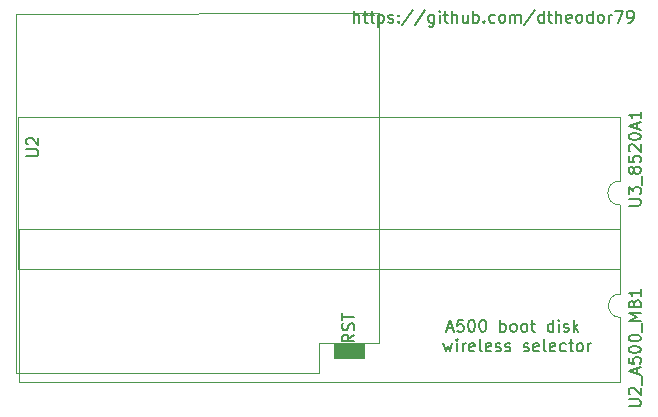
<source format=gto>
G04 #@! TF.GenerationSoftware,KiCad,Pcbnew,(5.1.6)-1*
G04 #@! TF.CreationDate,2021-12-03T11:20:38+02:00*
G04 #@! TF.ProjectId,df_stacked,64665f73-7461-4636-9b65-642e6b696361,rev?*
G04 #@! TF.SameCoordinates,Original*
G04 #@! TF.FileFunction,Legend,Top*
G04 #@! TF.FilePolarity,Positive*
%FSLAX46Y46*%
G04 Gerber Fmt 4.6, Leading zero omitted, Abs format (unit mm)*
G04 Created by KiCad (PCBNEW (5.1.6)-1) date 2021-12-03 11:20:38*
%MOMM*%
%LPD*%
G01*
G04 APERTURE LIST*
%ADD10C,0.150000*%
%ADD11C,0.120000*%
%ADD12C,0.100000*%
%ADD13C,1.800000*%
%ADD14O,1.700000X1.700000*%
%ADD15R,1.700000X1.700000*%
%ADD16O,1.800000X1.800000*%
%ADD17R,1.800000X1.800000*%
G04 APERTURE END LIST*
D10*
X179190476Y-84452380D02*
X179190476Y-83452380D01*
X179619047Y-84452380D02*
X179619047Y-83928571D01*
X179571428Y-83833333D01*
X179476190Y-83785714D01*
X179333333Y-83785714D01*
X179238095Y-83833333D01*
X179190476Y-83880952D01*
X179952380Y-83785714D02*
X180333333Y-83785714D01*
X180095238Y-83452380D02*
X180095238Y-84309523D01*
X180142857Y-84404761D01*
X180238095Y-84452380D01*
X180333333Y-84452380D01*
X180523809Y-83785714D02*
X180904761Y-83785714D01*
X180666666Y-83452380D02*
X180666666Y-84309523D01*
X180714285Y-84404761D01*
X180809523Y-84452380D01*
X180904761Y-84452380D01*
X181238095Y-83785714D02*
X181238095Y-84785714D01*
X181238095Y-83833333D02*
X181333333Y-83785714D01*
X181523809Y-83785714D01*
X181619047Y-83833333D01*
X181666666Y-83880952D01*
X181714285Y-83976190D01*
X181714285Y-84261904D01*
X181666666Y-84357142D01*
X181619047Y-84404761D01*
X181523809Y-84452380D01*
X181333333Y-84452380D01*
X181238095Y-84404761D01*
X182095238Y-84404761D02*
X182190476Y-84452380D01*
X182380952Y-84452380D01*
X182476190Y-84404761D01*
X182523809Y-84309523D01*
X182523809Y-84261904D01*
X182476190Y-84166666D01*
X182380952Y-84119047D01*
X182238095Y-84119047D01*
X182142857Y-84071428D01*
X182095238Y-83976190D01*
X182095238Y-83928571D01*
X182142857Y-83833333D01*
X182238095Y-83785714D01*
X182380952Y-83785714D01*
X182476190Y-83833333D01*
X182952380Y-84357142D02*
X183000000Y-84404761D01*
X182952380Y-84452380D01*
X182904761Y-84404761D01*
X182952380Y-84357142D01*
X182952380Y-84452380D01*
X182952380Y-83833333D02*
X183000000Y-83880952D01*
X182952380Y-83928571D01*
X182904761Y-83880952D01*
X182952380Y-83833333D01*
X182952380Y-83928571D01*
X184142857Y-83404761D02*
X183285714Y-84690476D01*
X185190476Y-83404761D02*
X184333333Y-84690476D01*
X185952380Y-83785714D02*
X185952380Y-84595238D01*
X185904761Y-84690476D01*
X185857142Y-84738095D01*
X185761904Y-84785714D01*
X185619047Y-84785714D01*
X185523809Y-84738095D01*
X185952380Y-84404761D02*
X185857142Y-84452380D01*
X185666666Y-84452380D01*
X185571428Y-84404761D01*
X185523809Y-84357142D01*
X185476190Y-84261904D01*
X185476190Y-83976190D01*
X185523809Y-83880952D01*
X185571428Y-83833333D01*
X185666666Y-83785714D01*
X185857142Y-83785714D01*
X185952380Y-83833333D01*
X186428571Y-84452380D02*
X186428571Y-83785714D01*
X186428571Y-83452380D02*
X186380952Y-83500000D01*
X186428571Y-83547619D01*
X186476190Y-83500000D01*
X186428571Y-83452380D01*
X186428571Y-83547619D01*
X186761904Y-83785714D02*
X187142857Y-83785714D01*
X186904761Y-83452380D02*
X186904761Y-84309523D01*
X186952380Y-84404761D01*
X187047619Y-84452380D01*
X187142857Y-84452380D01*
X187476190Y-84452380D02*
X187476190Y-83452380D01*
X187904761Y-84452380D02*
X187904761Y-83928571D01*
X187857142Y-83833333D01*
X187761904Y-83785714D01*
X187619047Y-83785714D01*
X187523809Y-83833333D01*
X187476190Y-83880952D01*
X188809523Y-83785714D02*
X188809523Y-84452380D01*
X188380952Y-83785714D02*
X188380952Y-84309523D01*
X188428571Y-84404761D01*
X188523809Y-84452380D01*
X188666666Y-84452380D01*
X188761904Y-84404761D01*
X188809523Y-84357142D01*
X189285714Y-84452380D02*
X189285714Y-83452380D01*
X189285714Y-83833333D02*
X189380952Y-83785714D01*
X189571428Y-83785714D01*
X189666666Y-83833333D01*
X189714285Y-83880952D01*
X189761904Y-83976190D01*
X189761904Y-84261904D01*
X189714285Y-84357142D01*
X189666666Y-84404761D01*
X189571428Y-84452380D01*
X189380952Y-84452380D01*
X189285714Y-84404761D01*
X190190476Y-84357142D02*
X190238095Y-84404761D01*
X190190476Y-84452380D01*
X190142857Y-84404761D01*
X190190476Y-84357142D01*
X190190476Y-84452380D01*
X191095238Y-84404761D02*
X191000000Y-84452380D01*
X190809523Y-84452380D01*
X190714285Y-84404761D01*
X190666666Y-84357142D01*
X190619047Y-84261904D01*
X190619047Y-83976190D01*
X190666666Y-83880952D01*
X190714285Y-83833333D01*
X190809523Y-83785714D01*
X191000000Y-83785714D01*
X191095238Y-83833333D01*
X191666666Y-84452380D02*
X191571428Y-84404761D01*
X191523809Y-84357142D01*
X191476190Y-84261904D01*
X191476190Y-83976190D01*
X191523809Y-83880952D01*
X191571428Y-83833333D01*
X191666666Y-83785714D01*
X191809523Y-83785714D01*
X191904761Y-83833333D01*
X191952380Y-83880952D01*
X192000000Y-83976190D01*
X192000000Y-84261904D01*
X191952380Y-84357142D01*
X191904761Y-84404761D01*
X191809523Y-84452380D01*
X191666666Y-84452380D01*
X192428571Y-84452380D02*
X192428571Y-83785714D01*
X192428571Y-83880952D02*
X192476190Y-83833333D01*
X192571428Y-83785714D01*
X192714285Y-83785714D01*
X192809523Y-83833333D01*
X192857142Y-83928571D01*
X192857142Y-84452380D01*
X192857142Y-83928571D02*
X192904761Y-83833333D01*
X193000000Y-83785714D01*
X193142857Y-83785714D01*
X193238095Y-83833333D01*
X193285714Y-83928571D01*
X193285714Y-84452380D01*
X194476190Y-83404761D02*
X193619047Y-84690476D01*
X195238095Y-84452380D02*
X195238095Y-83452380D01*
X195238095Y-84404761D02*
X195142857Y-84452380D01*
X194952380Y-84452380D01*
X194857142Y-84404761D01*
X194809523Y-84357142D01*
X194761904Y-84261904D01*
X194761904Y-83976190D01*
X194809523Y-83880952D01*
X194857142Y-83833333D01*
X194952380Y-83785714D01*
X195142857Y-83785714D01*
X195238095Y-83833333D01*
X195571428Y-83785714D02*
X195952380Y-83785714D01*
X195714285Y-83452380D02*
X195714285Y-84309523D01*
X195761904Y-84404761D01*
X195857142Y-84452380D01*
X195952380Y-84452380D01*
X196285714Y-84452380D02*
X196285714Y-83452380D01*
X196714285Y-84452380D02*
X196714285Y-83928571D01*
X196666666Y-83833333D01*
X196571428Y-83785714D01*
X196428571Y-83785714D01*
X196333333Y-83833333D01*
X196285714Y-83880952D01*
X197571428Y-84404761D02*
X197476190Y-84452380D01*
X197285714Y-84452380D01*
X197190476Y-84404761D01*
X197142857Y-84309523D01*
X197142857Y-83928571D01*
X197190476Y-83833333D01*
X197285714Y-83785714D01*
X197476190Y-83785714D01*
X197571428Y-83833333D01*
X197619047Y-83928571D01*
X197619047Y-84023809D01*
X197142857Y-84119047D01*
X198190476Y-84452380D02*
X198095238Y-84404761D01*
X198047619Y-84357142D01*
X198000000Y-84261904D01*
X198000000Y-83976190D01*
X198047619Y-83880952D01*
X198095238Y-83833333D01*
X198190476Y-83785714D01*
X198333333Y-83785714D01*
X198428571Y-83833333D01*
X198476190Y-83880952D01*
X198523809Y-83976190D01*
X198523809Y-84261904D01*
X198476190Y-84357142D01*
X198428571Y-84404761D01*
X198333333Y-84452380D01*
X198190476Y-84452380D01*
X199380952Y-84452380D02*
X199380952Y-83452380D01*
X199380952Y-84404761D02*
X199285714Y-84452380D01*
X199095238Y-84452380D01*
X199000000Y-84404761D01*
X198952380Y-84357142D01*
X198904761Y-84261904D01*
X198904761Y-83976190D01*
X198952380Y-83880952D01*
X199000000Y-83833333D01*
X199095238Y-83785714D01*
X199285714Y-83785714D01*
X199380952Y-83833333D01*
X200000000Y-84452380D02*
X199904761Y-84404761D01*
X199857142Y-84357142D01*
X199809523Y-84261904D01*
X199809523Y-83976190D01*
X199857142Y-83880952D01*
X199904761Y-83833333D01*
X200000000Y-83785714D01*
X200142857Y-83785714D01*
X200238095Y-83833333D01*
X200285714Y-83880952D01*
X200333333Y-83976190D01*
X200333333Y-84261904D01*
X200285714Y-84357142D01*
X200238095Y-84404761D01*
X200142857Y-84452380D01*
X200000000Y-84452380D01*
X200761904Y-84452380D02*
X200761904Y-83785714D01*
X200761904Y-83976190D02*
X200809523Y-83880952D01*
X200857142Y-83833333D01*
X200952380Y-83785714D01*
X201047619Y-83785714D01*
X201285714Y-83452380D02*
X201952380Y-83452380D01*
X201523809Y-84452380D01*
X202380952Y-84452380D02*
X202571428Y-84452380D01*
X202666666Y-84404761D01*
X202714285Y-84357142D01*
X202809523Y-84214285D01*
X202857142Y-84023809D01*
X202857142Y-83642857D01*
X202809523Y-83547619D01*
X202761904Y-83500000D01*
X202666666Y-83452380D01*
X202476190Y-83452380D01*
X202380952Y-83500000D01*
X202333333Y-83547619D01*
X202285714Y-83642857D01*
X202285714Y-83880952D01*
X202333333Y-83976190D01*
X202380952Y-84023809D01*
X202476190Y-84071428D01*
X202666666Y-84071428D01*
X202761904Y-84023809D01*
X202809523Y-83976190D01*
X202857142Y-83880952D01*
X187047619Y-110341666D02*
X187523809Y-110341666D01*
X186952380Y-110627380D02*
X187285714Y-109627380D01*
X187619047Y-110627380D01*
X188428571Y-109627380D02*
X187952380Y-109627380D01*
X187904761Y-110103571D01*
X187952380Y-110055952D01*
X188047619Y-110008333D01*
X188285714Y-110008333D01*
X188380952Y-110055952D01*
X188428571Y-110103571D01*
X188476190Y-110198809D01*
X188476190Y-110436904D01*
X188428571Y-110532142D01*
X188380952Y-110579761D01*
X188285714Y-110627380D01*
X188047619Y-110627380D01*
X187952380Y-110579761D01*
X187904761Y-110532142D01*
X189095238Y-109627380D02*
X189190476Y-109627380D01*
X189285714Y-109675000D01*
X189333333Y-109722619D01*
X189380952Y-109817857D01*
X189428571Y-110008333D01*
X189428571Y-110246428D01*
X189380952Y-110436904D01*
X189333333Y-110532142D01*
X189285714Y-110579761D01*
X189190476Y-110627380D01*
X189095238Y-110627380D01*
X189000000Y-110579761D01*
X188952380Y-110532142D01*
X188904761Y-110436904D01*
X188857142Y-110246428D01*
X188857142Y-110008333D01*
X188904761Y-109817857D01*
X188952380Y-109722619D01*
X189000000Y-109675000D01*
X189095238Y-109627380D01*
X190047619Y-109627380D02*
X190142857Y-109627380D01*
X190238095Y-109675000D01*
X190285714Y-109722619D01*
X190333333Y-109817857D01*
X190380952Y-110008333D01*
X190380952Y-110246428D01*
X190333333Y-110436904D01*
X190285714Y-110532142D01*
X190238095Y-110579761D01*
X190142857Y-110627380D01*
X190047619Y-110627380D01*
X189952380Y-110579761D01*
X189904761Y-110532142D01*
X189857142Y-110436904D01*
X189809523Y-110246428D01*
X189809523Y-110008333D01*
X189857142Y-109817857D01*
X189904761Y-109722619D01*
X189952380Y-109675000D01*
X190047619Y-109627380D01*
X191571428Y-110627380D02*
X191571428Y-109627380D01*
X191571428Y-110008333D02*
X191666666Y-109960714D01*
X191857142Y-109960714D01*
X191952380Y-110008333D01*
X192000000Y-110055952D01*
X192047619Y-110151190D01*
X192047619Y-110436904D01*
X192000000Y-110532142D01*
X191952380Y-110579761D01*
X191857142Y-110627380D01*
X191666666Y-110627380D01*
X191571428Y-110579761D01*
X192619047Y-110627380D02*
X192523809Y-110579761D01*
X192476190Y-110532142D01*
X192428571Y-110436904D01*
X192428571Y-110151190D01*
X192476190Y-110055952D01*
X192523809Y-110008333D01*
X192619047Y-109960714D01*
X192761904Y-109960714D01*
X192857142Y-110008333D01*
X192904761Y-110055952D01*
X192952380Y-110151190D01*
X192952380Y-110436904D01*
X192904761Y-110532142D01*
X192857142Y-110579761D01*
X192761904Y-110627380D01*
X192619047Y-110627380D01*
X193523809Y-110627380D02*
X193428571Y-110579761D01*
X193380952Y-110532142D01*
X193333333Y-110436904D01*
X193333333Y-110151190D01*
X193380952Y-110055952D01*
X193428571Y-110008333D01*
X193523809Y-109960714D01*
X193666666Y-109960714D01*
X193761904Y-110008333D01*
X193809523Y-110055952D01*
X193857142Y-110151190D01*
X193857142Y-110436904D01*
X193809523Y-110532142D01*
X193761904Y-110579761D01*
X193666666Y-110627380D01*
X193523809Y-110627380D01*
X194142857Y-109960714D02*
X194523809Y-109960714D01*
X194285714Y-109627380D02*
X194285714Y-110484523D01*
X194333333Y-110579761D01*
X194428571Y-110627380D01*
X194523809Y-110627380D01*
X196047619Y-110627380D02*
X196047619Y-109627380D01*
X196047619Y-110579761D02*
X195952380Y-110627380D01*
X195761904Y-110627380D01*
X195666666Y-110579761D01*
X195619047Y-110532142D01*
X195571428Y-110436904D01*
X195571428Y-110151190D01*
X195619047Y-110055952D01*
X195666666Y-110008333D01*
X195761904Y-109960714D01*
X195952380Y-109960714D01*
X196047619Y-110008333D01*
X196523809Y-110627380D02*
X196523809Y-109960714D01*
X196523809Y-109627380D02*
X196476190Y-109675000D01*
X196523809Y-109722619D01*
X196571428Y-109675000D01*
X196523809Y-109627380D01*
X196523809Y-109722619D01*
X196952380Y-110579761D02*
X197047619Y-110627380D01*
X197238095Y-110627380D01*
X197333333Y-110579761D01*
X197380952Y-110484523D01*
X197380952Y-110436904D01*
X197333333Y-110341666D01*
X197238095Y-110294047D01*
X197095238Y-110294047D01*
X197000000Y-110246428D01*
X196952380Y-110151190D01*
X196952380Y-110103571D01*
X197000000Y-110008333D01*
X197095238Y-109960714D01*
X197238095Y-109960714D01*
X197333333Y-110008333D01*
X197809523Y-110627380D02*
X197809523Y-109627380D01*
X197904761Y-110246428D02*
X198190476Y-110627380D01*
X198190476Y-109960714D02*
X197809523Y-110341666D01*
X186761904Y-111610714D02*
X186952380Y-112277380D01*
X187142857Y-111801190D01*
X187333333Y-112277380D01*
X187523809Y-111610714D01*
X187904761Y-112277380D02*
X187904761Y-111610714D01*
X187904761Y-111277380D02*
X187857142Y-111325000D01*
X187904761Y-111372619D01*
X187952380Y-111325000D01*
X187904761Y-111277380D01*
X187904761Y-111372619D01*
X188380952Y-112277380D02*
X188380952Y-111610714D01*
X188380952Y-111801190D02*
X188428571Y-111705952D01*
X188476190Y-111658333D01*
X188571428Y-111610714D01*
X188666666Y-111610714D01*
X189380952Y-112229761D02*
X189285714Y-112277380D01*
X189095238Y-112277380D01*
X189000000Y-112229761D01*
X188952380Y-112134523D01*
X188952380Y-111753571D01*
X189000000Y-111658333D01*
X189095238Y-111610714D01*
X189285714Y-111610714D01*
X189380952Y-111658333D01*
X189428571Y-111753571D01*
X189428571Y-111848809D01*
X188952380Y-111944047D01*
X190000000Y-112277380D02*
X189904761Y-112229761D01*
X189857142Y-112134523D01*
X189857142Y-111277380D01*
X190761904Y-112229761D02*
X190666666Y-112277380D01*
X190476190Y-112277380D01*
X190380952Y-112229761D01*
X190333333Y-112134523D01*
X190333333Y-111753571D01*
X190380952Y-111658333D01*
X190476190Y-111610714D01*
X190666666Y-111610714D01*
X190761904Y-111658333D01*
X190809523Y-111753571D01*
X190809523Y-111848809D01*
X190333333Y-111944047D01*
X191190476Y-112229761D02*
X191285714Y-112277380D01*
X191476190Y-112277380D01*
X191571428Y-112229761D01*
X191619047Y-112134523D01*
X191619047Y-112086904D01*
X191571428Y-111991666D01*
X191476190Y-111944047D01*
X191333333Y-111944047D01*
X191238095Y-111896428D01*
X191190476Y-111801190D01*
X191190476Y-111753571D01*
X191238095Y-111658333D01*
X191333333Y-111610714D01*
X191476190Y-111610714D01*
X191571428Y-111658333D01*
X192000000Y-112229761D02*
X192095238Y-112277380D01*
X192285714Y-112277380D01*
X192380952Y-112229761D01*
X192428571Y-112134523D01*
X192428571Y-112086904D01*
X192380952Y-111991666D01*
X192285714Y-111944047D01*
X192142857Y-111944047D01*
X192047619Y-111896428D01*
X192000000Y-111801190D01*
X192000000Y-111753571D01*
X192047619Y-111658333D01*
X192142857Y-111610714D01*
X192285714Y-111610714D01*
X192380952Y-111658333D01*
X193571428Y-112229761D02*
X193666666Y-112277380D01*
X193857142Y-112277380D01*
X193952380Y-112229761D01*
X194000000Y-112134523D01*
X194000000Y-112086904D01*
X193952380Y-111991666D01*
X193857142Y-111944047D01*
X193714285Y-111944047D01*
X193619047Y-111896428D01*
X193571428Y-111801190D01*
X193571428Y-111753571D01*
X193619047Y-111658333D01*
X193714285Y-111610714D01*
X193857142Y-111610714D01*
X193952380Y-111658333D01*
X194809523Y-112229761D02*
X194714285Y-112277380D01*
X194523809Y-112277380D01*
X194428571Y-112229761D01*
X194380952Y-112134523D01*
X194380952Y-111753571D01*
X194428571Y-111658333D01*
X194523809Y-111610714D01*
X194714285Y-111610714D01*
X194809523Y-111658333D01*
X194857142Y-111753571D01*
X194857142Y-111848809D01*
X194380952Y-111944047D01*
X195428571Y-112277380D02*
X195333333Y-112229761D01*
X195285714Y-112134523D01*
X195285714Y-111277380D01*
X196190476Y-112229761D02*
X196095238Y-112277380D01*
X195904761Y-112277380D01*
X195809523Y-112229761D01*
X195761904Y-112134523D01*
X195761904Y-111753571D01*
X195809523Y-111658333D01*
X195904761Y-111610714D01*
X196095238Y-111610714D01*
X196190476Y-111658333D01*
X196238095Y-111753571D01*
X196238095Y-111848809D01*
X195761904Y-111944047D01*
X197095238Y-112229761D02*
X197000000Y-112277380D01*
X196809523Y-112277380D01*
X196714285Y-112229761D01*
X196666666Y-112182142D01*
X196619047Y-112086904D01*
X196619047Y-111801190D01*
X196666666Y-111705952D01*
X196714285Y-111658333D01*
X196809523Y-111610714D01*
X197000000Y-111610714D01*
X197095238Y-111658333D01*
X197380952Y-111610714D02*
X197761904Y-111610714D01*
X197523809Y-111277380D02*
X197523809Y-112134523D01*
X197571428Y-112229761D01*
X197666666Y-112277380D01*
X197761904Y-112277380D01*
X198238095Y-112277380D02*
X198142857Y-112229761D01*
X198095238Y-112182142D01*
X198047619Y-112086904D01*
X198047619Y-111801190D01*
X198095238Y-111705952D01*
X198142857Y-111658333D01*
X198238095Y-111610714D01*
X198380952Y-111610714D01*
X198476190Y-111658333D01*
X198523809Y-111705952D01*
X198571428Y-111801190D01*
X198571428Y-112086904D01*
X198523809Y-112182142D01*
X198476190Y-112229761D01*
X198380952Y-112277380D01*
X198238095Y-112277380D01*
X199000000Y-112277380D02*
X199000000Y-111610714D01*
X199000000Y-111801190D02*
X199047619Y-111705952D01*
X199095238Y-111658333D01*
X199190476Y-111610714D01*
X199285714Y-111610714D01*
D11*
X181280000Y-111600000D02*
X181280000Y-83660000D01*
D12*
G36*
X180010000Y-112870000D02*
G01*
X177470000Y-112870000D01*
X177470000Y-111600000D01*
X180010000Y-111600000D01*
X180010000Y-112870000D01*
G37*
X180010000Y-112870000D02*
X177470000Y-112870000D01*
X177470000Y-111600000D01*
X180010000Y-111600000D01*
X180010000Y-112870000D01*
D11*
X176200000Y-114140000D02*
X176200000Y-111600000D01*
X150600000Y-114150000D02*
X176200000Y-114140000D01*
X150600000Y-83700000D02*
X181280000Y-83660000D01*
X176200000Y-111600000D02*
X181280000Y-111600000D01*
X150600000Y-83700000D02*
X150600000Y-114150000D01*
X201670000Y-97880000D02*
X201670000Y-92420000D01*
X201670000Y-92420000D02*
X150750000Y-92420000D01*
X150750000Y-92420000D02*
X150750000Y-105340000D01*
X150750000Y-105340000D02*
X201670000Y-105340000D01*
X201670000Y-105340000D02*
X201670000Y-99880000D01*
X201670000Y-99880000D02*
G75*
G02*
X201670000Y-97880000I0J1000000D01*
G01*
X201730000Y-107420000D02*
X201730000Y-101960000D01*
X201730000Y-101960000D02*
X150810000Y-101960000D01*
X150810000Y-101960000D02*
X150810000Y-114880000D01*
X150810000Y-114880000D02*
X201730000Y-114880000D01*
X201730000Y-114880000D02*
X201730000Y-109420000D01*
X201730000Y-109420000D02*
G75*
G02*
X201730000Y-107420000I0J1000000D01*
G01*
D10*
X151452380Y-95761904D02*
X152261904Y-95761904D01*
X152357142Y-95714285D01*
X152404761Y-95666666D01*
X152452380Y-95571428D01*
X152452380Y-95380952D01*
X152404761Y-95285714D01*
X152357142Y-95238095D01*
X152261904Y-95190476D01*
X151452380Y-95190476D01*
X151547619Y-94761904D02*
X151500000Y-94714285D01*
X151452380Y-94619047D01*
X151452380Y-94380952D01*
X151500000Y-94285714D01*
X151547619Y-94238095D01*
X151642857Y-94190476D01*
X151738095Y-94190476D01*
X151880952Y-94238095D01*
X152452380Y-94809523D01*
X152452380Y-94190476D01*
X179192380Y-110877619D02*
X178716190Y-111210952D01*
X179192380Y-111449047D02*
X178192380Y-111449047D01*
X178192380Y-111068095D01*
X178240000Y-110972857D01*
X178287619Y-110925238D01*
X178382857Y-110877619D01*
X178525714Y-110877619D01*
X178620952Y-110925238D01*
X178668571Y-110972857D01*
X178716190Y-111068095D01*
X178716190Y-111449047D01*
X179144761Y-110496666D02*
X179192380Y-110353809D01*
X179192380Y-110115714D01*
X179144761Y-110020476D01*
X179097142Y-109972857D01*
X179001904Y-109925238D01*
X178906666Y-109925238D01*
X178811428Y-109972857D01*
X178763809Y-110020476D01*
X178716190Y-110115714D01*
X178668571Y-110306190D01*
X178620952Y-110401428D01*
X178573333Y-110449047D01*
X178478095Y-110496666D01*
X178382857Y-110496666D01*
X178287619Y-110449047D01*
X178240000Y-110401428D01*
X178192380Y-110306190D01*
X178192380Y-110068095D01*
X178240000Y-109925238D01*
X178192380Y-109639523D02*
X178192380Y-109068095D01*
X179192380Y-109353809D02*
X178192380Y-109353809D01*
X202452380Y-99952380D02*
X203261904Y-99952380D01*
X203357142Y-99904761D01*
X203404761Y-99857142D01*
X203452380Y-99761904D01*
X203452380Y-99571428D01*
X203404761Y-99476190D01*
X203357142Y-99428571D01*
X203261904Y-99380952D01*
X202452380Y-99380952D01*
X202452380Y-99000000D02*
X202452380Y-98380952D01*
X202833333Y-98714285D01*
X202833333Y-98571428D01*
X202880952Y-98476190D01*
X202928571Y-98428571D01*
X203023809Y-98380952D01*
X203261904Y-98380952D01*
X203357142Y-98428571D01*
X203404761Y-98476190D01*
X203452380Y-98571428D01*
X203452380Y-98857142D01*
X203404761Y-98952380D01*
X203357142Y-99000000D01*
X203547619Y-98190476D02*
X203547619Y-97428571D01*
X202880952Y-97047619D02*
X202833333Y-97142857D01*
X202785714Y-97190476D01*
X202690476Y-97238095D01*
X202642857Y-97238095D01*
X202547619Y-97190476D01*
X202500000Y-97142857D01*
X202452380Y-97047619D01*
X202452380Y-96857142D01*
X202500000Y-96761904D01*
X202547619Y-96714285D01*
X202642857Y-96666666D01*
X202690476Y-96666666D01*
X202785714Y-96714285D01*
X202833333Y-96761904D01*
X202880952Y-96857142D01*
X202880952Y-97047619D01*
X202928571Y-97142857D01*
X202976190Y-97190476D01*
X203071428Y-97238095D01*
X203261904Y-97238095D01*
X203357142Y-97190476D01*
X203404761Y-97142857D01*
X203452380Y-97047619D01*
X203452380Y-96857142D01*
X203404761Y-96761904D01*
X203357142Y-96714285D01*
X203261904Y-96666666D01*
X203071428Y-96666666D01*
X202976190Y-96714285D01*
X202928571Y-96761904D01*
X202880952Y-96857142D01*
X202452380Y-95761904D02*
X202452380Y-96238095D01*
X202928571Y-96285714D01*
X202880952Y-96238095D01*
X202833333Y-96142857D01*
X202833333Y-95904761D01*
X202880952Y-95809523D01*
X202928571Y-95761904D01*
X203023809Y-95714285D01*
X203261904Y-95714285D01*
X203357142Y-95761904D01*
X203404761Y-95809523D01*
X203452380Y-95904761D01*
X203452380Y-96142857D01*
X203404761Y-96238095D01*
X203357142Y-96285714D01*
X202547619Y-95333333D02*
X202500000Y-95285714D01*
X202452380Y-95190476D01*
X202452380Y-94952380D01*
X202500000Y-94857142D01*
X202547619Y-94809523D01*
X202642857Y-94761904D01*
X202738095Y-94761904D01*
X202880952Y-94809523D01*
X203452380Y-95380952D01*
X203452380Y-94761904D01*
X202452380Y-94142857D02*
X202452380Y-94047619D01*
X202500000Y-93952380D01*
X202547619Y-93904761D01*
X202642857Y-93857142D01*
X202833333Y-93809523D01*
X203071428Y-93809523D01*
X203261904Y-93857142D01*
X203357142Y-93904761D01*
X203404761Y-93952380D01*
X203452380Y-94047619D01*
X203452380Y-94142857D01*
X203404761Y-94238095D01*
X203357142Y-94285714D01*
X203261904Y-94333333D01*
X203071428Y-94380952D01*
X202833333Y-94380952D01*
X202642857Y-94333333D01*
X202547619Y-94285714D01*
X202500000Y-94238095D01*
X202452380Y-94142857D01*
X203166666Y-93428571D02*
X203166666Y-92952380D01*
X203452380Y-93523809D02*
X202452380Y-93190476D01*
X203452380Y-92857142D01*
X203452380Y-92000000D02*
X203452380Y-92571428D01*
X203452380Y-92285714D02*
X202452380Y-92285714D01*
X202595238Y-92380952D01*
X202690476Y-92476190D01*
X202738095Y-92571428D01*
X202452380Y-116928571D02*
X203261904Y-116928571D01*
X203357142Y-116880952D01*
X203404761Y-116833333D01*
X203452380Y-116738095D01*
X203452380Y-116547619D01*
X203404761Y-116452380D01*
X203357142Y-116404761D01*
X203261904Y-116357142D01*
X202452380Y-116357142D01*
X202547619Y-115928571D02*
X202500000Y-115880952D01*
X202452380Y-115785714D01*
X202452380Y-115547619D01*
X202500000Y-115452380D01*
X202547619Y-115404761D01*
X202642857Y-115357142D01*
X202738095Y-115357142D01*
X202880952Y-115404761D01*
X203452380Y-115976190D01*
X203452380Y-115357142D01*
X203547619Y-115166666D02*
X203547619Y-114404761D01*
X203166666Y-114214285D02*
X203166666Y-113738095D01*
X203452380Y-114309523D02*
X202452380Y-113976190D01*
X203452380Y-113642857D01*
X202452380Y-112833333D02*
X202452380Y-113309523D01*
X202928571Y-113357142D01*
X202880952Y-113309523D01*
X202833333Y-113214285D01*
X202833333Y-112976190D01*
X202880952Y-112880952D01*
X202928571Y-112833333D01*
X203023809Y-112785714D01*
X203261904Y-112785714D01*
X203357142Y-112833333D01*
X203404761Y-112880952D01*
X203452380Y-112976190D01*
X203452380Y-113214285D01*
X203404761Y-113309523D01*
X203357142Y-113357142D01*
X202452380Y-112166666D02*
X202452380Y-112071428D01*
X202500000Y-111976190D01*
X202547619Y-111928571D01*
X202642857Y-111880952D01*
X202833333Y-111833333D01*
X203071428Y-111833333D01*
X203261904Y-111880952D01*
X203357142Y-111928571D01*
X203404761Y-111976190D01*
X203452380Y-112071428D01*
X203452380Y-112166666D01*
X203404761Y-112261904D01*
X203357142Y-112309523D01*
X203261904Y-112357142D01*
X203071428Y-112404761D01*
X202833333Y-112404761D01*
X202642857Y-112357142D01*
X202547619Y-112309523D01*
X202500000Y-112261904D01*
X202452380Y-112166666D01*
X202452380Y-111214285D02*
X202452380Y-111119047D01*
X202500000Y-111023809D01*
X202547619Y-110976190D01*
X202642857Y-110928571D01*
X202833333Y-110880952D01*
X203071428Y-110880952D01*
X203261904Y-110928571D01*
X203357142Y-110976190D01*
X203404761Y-111023809D01*
X203452380Y-111119047D01*
X203452380Y-111214285D01*
X203404761Y-111309523D01*
X203357142Y-111357142D01*
X203261904Y-111404761D01*
X203071428Y-111452380D01*
X202833333Y-111452380D01*
X202642857Y-111404761D01*
X202547619Y-111357142D01*
X202500000Y-111309523D01*
X202452380Y-111214285D01*
X203547619Y-110690476D02*
X203547619Y-109928571D01*
X203452380Y-109690476D02*
X202452380Y-109690476D01*
X203166666Y-109357142D01*
X202452380Y-109023809D01*
X203452380Y-109023809D01*
X202928571Y-108214285D02*
X202976190Y-108071428D01*
X203023809Y-108023809D01*
X203119047Y-107976190D01*
X203261904Y-107976190D01*
X203357142Y-108023809D01*
X203404761Y-108071428D01*
X203452380Y-108166666D01*
X203452380Y-108547619D01*
X202452380Y-108547619D01*
X202452380Y-108214285D01*
X202500000Y-108119047D01*
X202547619Y-108071428D01*
X202642857Y-108023809D01*
X202738095Y-108023809D01*
X202833333Y-108071428D01*
X202880952Y-108119047D01*
X202928571Y-108214285D01*
X202928571Y-108547619D01*
X203452380Y-107023809D02*
X203452380Y-107595238D01*
X203452380Y-107309523D02*
X202452380Y-107309523D01*
X202595238Y-107404761D01*
X202690476Y-107500000D01*
X202738095Y-107595238D01*
%LPC*%
D13*
X152070000Y-110330000D03*
X152070000Y-112870000D03*
X154610000Y-112870000D03*
X154610000Y-110330000D03*
X157150000Y-112870000D03*
X157150000Y-110330000D03*
X159690000Y-112870000D03*
X159690000Y-110330000D03*
X162230000Y-112870000D03*
X162230000Y-110330000D03*
X164770000Y-112870000D03*
X164770000Y-110330000D03*
X167310000Y-112870000D03*
X167310000Y-110330000D03*
X169850000Y-112870000D03*
X169850000Y-110330000D03*
X172390000Y-112870000D03*
X172390000Y-110330000D03*
X174930000Y-112870000D03*
X174930000Y-110330000D03*
X152070000Y-87470000D03*
X152070000Y-84930000D03*
X154610000Y-87470000D03*
X154610000Y-84930000D03*
X157150000Y-87470000D03*
X157150000Y-84930000D03*
X159690000Y-87470000D03*
X159690000Y-84930000D03*
X162230000Y-87470000D03*
X162230000Y-84930000D03*
X164770000Y-87470000D03*
X164770000Y-84930000D03*
X167310000Y-87470000D03*
X167310000Y-84930000D03*
X169850000Y-87470000D03*
X169850000Y-84930000D03*
X172390000Y-87470000D03*
X172390000Y-84930000D03*
X174930000Y-87470000D03*
X174930000Y-84930000D03*
D14*
X200340000Y-106500000D03*
X152080000Y-91260000D03*
X197800000Y-106500000D03*
X154620000Y-91260000D03*
X195260000Y-106500000D03*
X157160000Y-91260000D03*
X192720000Y-106500000D03*
X159700000Y-91260000D03*
X190180000Y-106500000D03*
X162240000Y-91260000D03*
X187640000Y-106500000D03*
X164780000Y-91260000D03*
X185100000Y-106500000D03*
X167320000Y-91260000D03*
X182560000Y-106500000D03*
X169860000Y-91260000D03*
X180020000Y-106500000D03*
X172400000Y-91260000D03*
X177480000Y-106500000D03*
X174940000Y-91260000D03*
X174940000Y-106500000D03*
X177480000Y-91260000D03*
X172400000Y-106500000D03*
X180020000Y-91260000D03*
X169860000Y-106500000D03*
X182560000Y-91260000D03*
X167320000Y-106500000D03*
X185100000Y-91260000D03*
X164780000Y-106500000D03*
X187640000Y-91260000D03*
X162240000Y-106500000D03*
X190180000Y-91260000D03*
X159700000Y-106500000D03*
X192720000Y-91260000D03*
X157160000Y-106500000D03*
X195260000Y-91260000D03*
X154620000Y-106500000D03*
X197800000Y-91260000D03*
X152080000Y-106500000D03*
D15*
X200340000Y-91260000D03*
D14*
X200400000Y-116040000D03*
X152140000Y-100800000D03*
X197860000Y-116040000D03*
X154680000Y-100800000D03*
X195320000Y-116040000D03*
X157220000Y-100800000D03*
X192780000Y-116040000D03*
X159760000Y-100800000D03*
X190240000Y-116040000D03*
X162300000Y-100800000D03*
X187700000Y-116040000D03*
X164840000Y-100800000D03*
X185160000Y-116040000D03*
X167380000Y-100800000D03*
X182620000Y-116040000D03*
X169920000Y-100800000D03*
X180080000Y-116040000D03*
X172460000Y-100800000D03*
X177540000Y-116040000D03*
X175000000Y-100800000D03*
X175000000Y-116040000D03*
X177540000Y-100800000D03*
X172460000Y-116040000D03*
X180080000Y-100800000D03*
X169920000Y-116040000D03*
X182620000Y-100800000D03*
X167380000Y-116040000D03*
X185160000Y-100800000D03*
X164840000Y-116040000D03*
X187700000Y-100800000D03*
X162300000Y-116040000D03*
X190240000Y-100800000D03*
X159760000Y-116040000D03*
X192780000Y-100800000D03*
X157220000Y-116040000D03*
X195320000Y-100800000D03*
X154680000Y-116040000D03*
X197860000Y-100800000D03*
X152140000Y-116040000D03*
D15*
X200400000Y-100800000D03*
D16*
X195160000Y-96500000D03*
X197700000Y-96500000D03*
X192620000Y-96500000D03*
D17*
X185000000Y-96500000D03*
D16*
X190080000Y-96500000D03*
X187540000Y-96500000D03*
X197700000Y-86000000D03*
X195160000Y-86000000D03*
X192620000Y-86000000D03*
X190080000Y-86000000D03*
X187540000Y-86000000D03*
D17*
X185000000Y-86000000D03*
M02*

</source>
